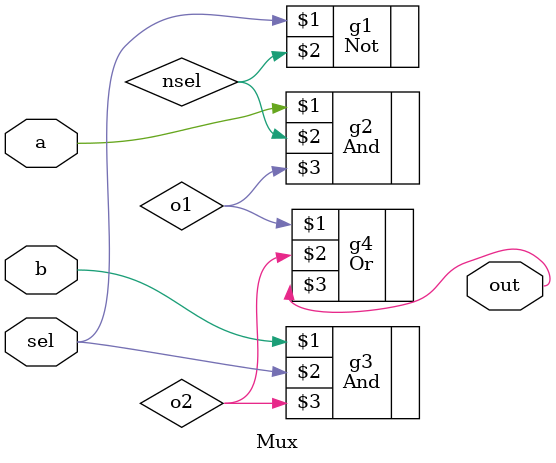
<source format=v>
/** 
 * Multiplexor:
 * if (sel == 0) out = a 
 *   else out = b
 */
// 多路选择器
module Mux(input a, b, sel, output out);
  Not g1(sel, nsel);
  And g2(a, nsel, o1);
  And g3(b, sel, o2);
  Or  g4(o1, o2, out);
endmodule



</source>
